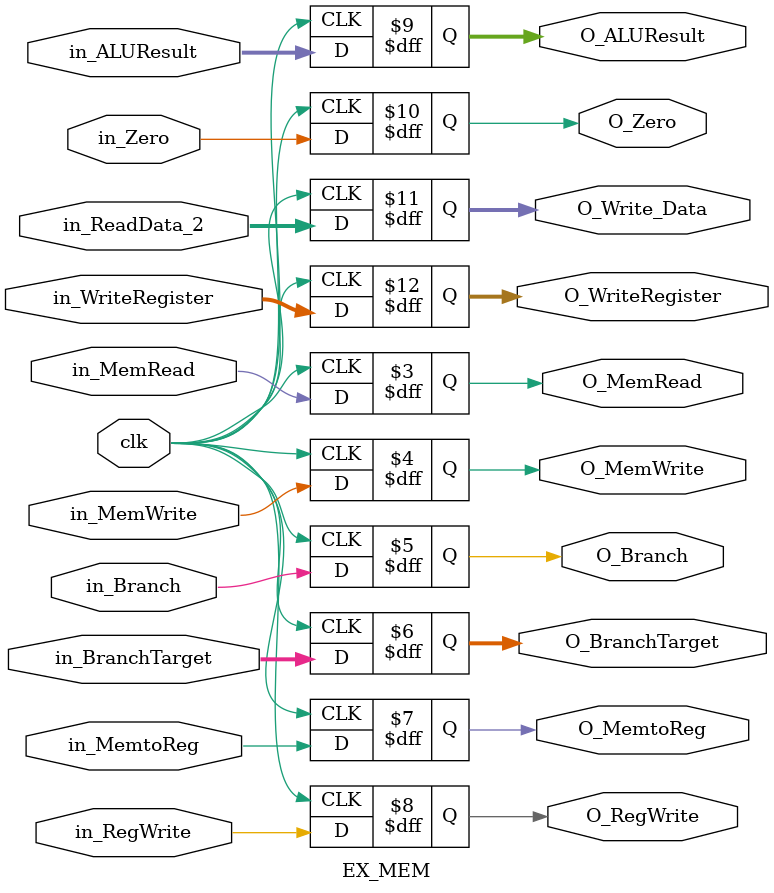
<source format=v>
`timescale 1ns / 1ps
module EX_MEM(
	input clk,
	// Memory Control Signals
	input 		 in_MemRead, in_MemWrite,
	
	// Branch Control Signals
	input			 in_Branch,
	input [15:0] in_BranchTarget, // PC+2+Immediate
	// WriteBack Control Signals
	input 		 in_MemtoReg, in_RegWrite,
	
	// Other Inputs
	input [15:0] in_ALUResult,
	input			 in_Zero,
	input [15:0] in_ReadData_2,
	
	// Write Register for Write back stage
	input	[2:0] in_WriteRegister,
	
	
	//Outputs
	output	reg				O_MemRead, O_MemWrite,
	output	reg				O_Branch,
	output	reg 	[15:0]	O_BranchTarget,
	output	reg				O_MemtoReg, O_RegWrite,
	output	reg	[15:0] 	O_ALUResult,
	output	reg				O_Zero, 
	output 	reg 	[15:0]	O_Write_Data,
	output	reg	[2:0]		O_WriteRegister
    );
	 
	 initial begin
		O_Branch = 0;
		O_MemWrite = 0;
		O_RegWrite = 0;
	end
	 
	always@(negedge clk ) begin
		O_MemRead  			<= in_MemRead ;
		O_MemWrite  		<= in_MemWrite ;
		O_Branch    		<= in_Branch;
		O_BranchTarget		<= in_BranchTarget ;
		O_MemtoReg			<= in_MemtoReg ;
		O_RegWrite			<= in_RegWrite;
		O_ALUResult			<= in_ALUResult;
		O_Zero				<= in_Zero;
		O_Write_Data		<= in_ReadData_2;
		O_WriteRegister	<= in_WriteRegister;
	end 

endmodule

</source>
